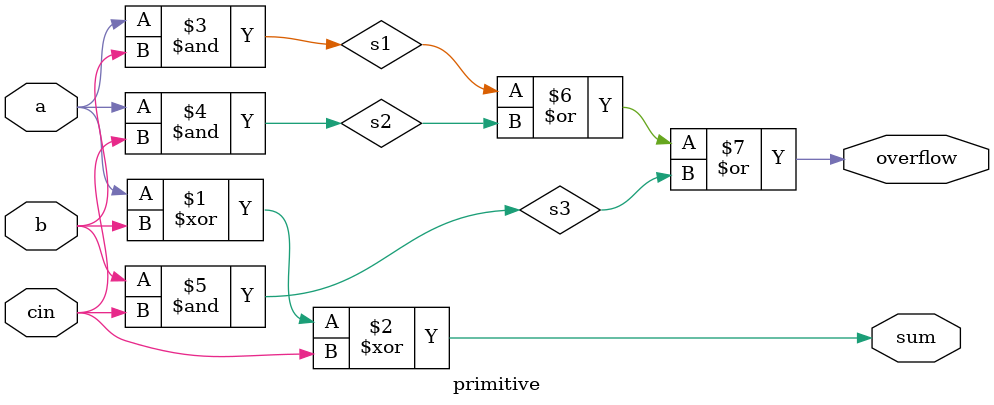
<source format=v>
`timescale 1ns / 1ps
module primitive(
    input a,
    input b,
    input cin,
    output sum,
    output overflow
    );
	 
	wire s1, s2, s3;
	xor xor1(sum, a, b, cin);
	and and1(s1, a, b);
	and and2(s2, a, cin);
	and and3(s3, b, cin);
	or or1(overflow, s1, s2, s3);


endmodule

</source>
